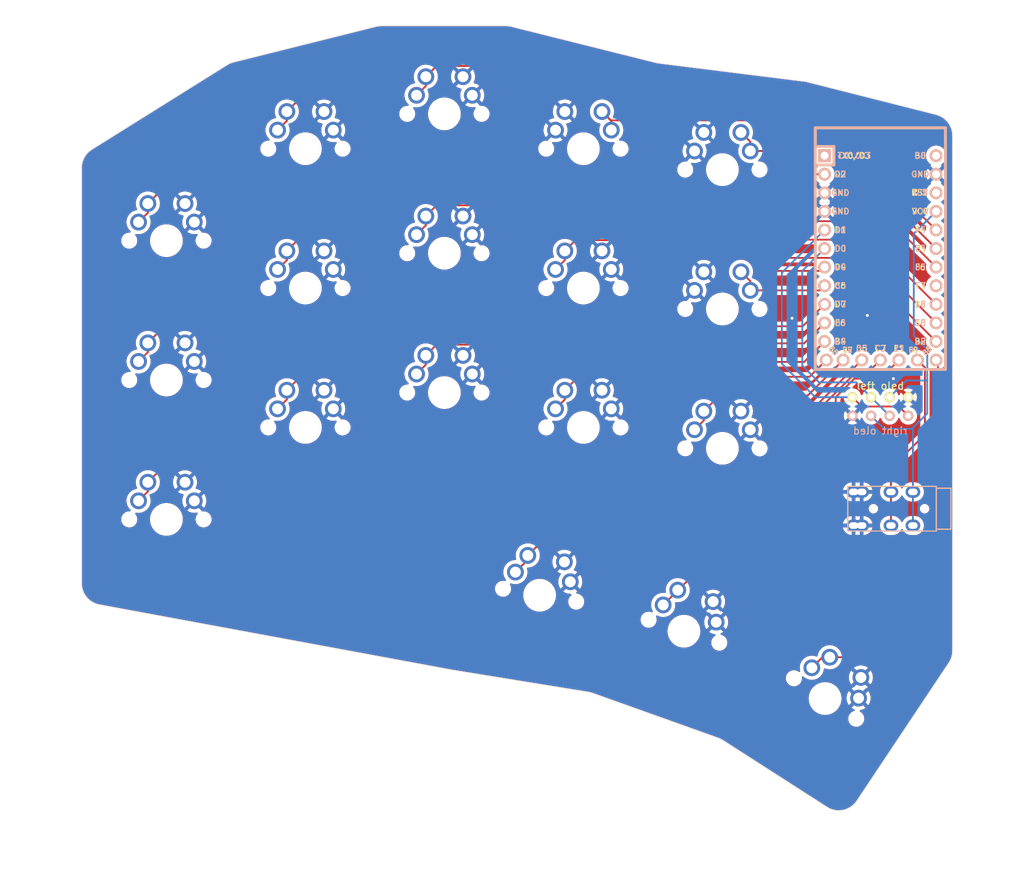
<source format=kicad_pcb>
(kicad_pcb (version 20240108) (generator "pcbnew") (generator_version "8.0")
  (title_block (title "simple_split") (rev "v1.0.0") (company "Unknown"))
  (layers (0 "F.Cu" signal) (31 "B.Cu" signal) (34 "B.Paste" user) (35 "F.Paste" user) (36 "B.SilkS" user "B.Silkscreen") (37 "F.SilkS" user "F.Silkscreen") (38 "B.Mask" user) (39 "F.Mask" user) (44 "Edge.Cuts" user))
  (net 0 "")
  (net 1 "gnd")
  (net 2 "vcc")
  (net 3 "Switch18")
  (net 4 "reset")
  (net 5 "Switch1")
  (net 6 "Switch2")
  (net 7 "Switch3")
  (net 8 "Switch4")
  (net 9 "Switch5")
  (net 10 "Switch6")
  (net 11 "Switch7")
  (net 12 "Switch8")
  (net 13 "Switch9")
  (net 14 "Switch10")
  (net 15 "Switch11")
  (net 16 "Switch12")
  (net 17 "Switch13")
  (net 18 "Switch14")
  (net 19 "Switch15")
  (net 20 "Switch16")
  (net 21 "Switch17")
  (net 22 "raw")
  (net 23 "led")
  (net 24 "data")
  (net 25 "sda")
  (net 26 "scl")
  (footprint "MX" (layer "F.Cu") (at 82.75 92.9005)
    (property "Reference" "S3" (hide yes))
    (property "Value" "" (hide yes))
    (pad "" np_thru_hole circle (at -5.08 0) (size 1.7018 1.7018) (drill 1.7018) (layers "*.Cu" "*.Mask"))
    (pad "" np_thru_hole circle (at 0 0) (size 3.9878 3.9878) (drill 3.9878) (layers "*.Cu" "*.Mask"))
    (pad "" np_thru_hole circle (at 5.08 0) (size 1.7018 1.7018) (drill 1.7018) (layers "*.Cu" "*.Mask"))
    (pad "1" thru_hole circle (at -2.54 -5.08) (size 2.286 2.286) (drill 1.4986) (layers "*.Cu" "*.Mask") (net 5 "Switch1"))
    (pad "1" thru_hole circle (at 2.54 -5.08) (size 2.286 2.286) (drill 1.4986) (layers "*.Cu" "*.Mask") (net 1 "gnd"))
    (pad "2" thru_hole circle (at -3.81 -2.54) (size 2.286 2.286) (drill 1.4986) (layers "*.Cu" "*.Mask") (net 5 "Switch1"))
    (pad "2" thru_hole circle (at 3.81 -2.54) (size 2.286 2.286) (drill 1.4986) (layers "*.Cu" "*.Mask") (net 1 "gnd"))
  )
  (footprint "Keebio-Parts:Elite-C" (layer "F.Cu") (at 180.34 95.25 -90)
    (property "Reference" "U2" (hide yes))
    (property "Value" "Elite-C" (hide yes))
    (fp_text user "D7" (at 6.35 5.461 0) (layer "B.SilkS") (effects (font (size 0.8 0.8)) (justify mirror)))
    (fp_text user "B2" (at 11.43 -5.461 0) (layer "B.SilkS") (effects (font (size 0.8 0.8)) (justify mirror)))
    (fp_text user "F4" (at -3.81 -5.461 0) (layer "B.SilkS") (effects (font (size 0.8 0.8)) (justify mirror)))
    (fp_text user "B7" (at 12.6 4.5 0) (layer "B.SilkS") (effects (font (size 0.7 0.7)) (justify mirror)))
    (fp_text user "B3" (at 8.89 -5.461 0) (layer "B.SilkS") (effects (font (size 0.8 0.8)) (justify mirror)))
    (fp_text user "VCC" (at -6.35 -5.461 0) (layer "B.SilkS") (effects (font (size 0.8 0.8)) (justify mirror)))
    (fp_text user "C6" (at 3.81 5.461 0) (layer "B.SilkS") (effects (font (size 0.8 0.8)) (justify mirror)))
    (fp_text user "F0" (at 12.6 -4.5 0) (layer "B.SilkS") (effects (font (size 0.7 0.7)) (justify mirror)))
    (fp_text user "F7" (at 3.81 -5.461 0) (layer "B.SilkS") (effects (font (size 0.8 0.8)) (justify mirror)))
    (fp_text user "D2" (at -11.43 5.461 0) (layer "B.SilkS") (effects (font (size 0.8 0.8)) (justify mirror)))
    (fp_text user "B6" (at 12.7 -6.4 45) (layer "B.SilkS") (effects (font (size 0.7 0.7)) (justify mirror)))
    (fp_text user "C7" (at 12.4 0 0) (layer "B.SilkS") (effects (font (size 0.8 0.8)) (justify mirror)))
    (fp_text user "TX0/D3" (at -13.97 3.571872 0) (layer "B.SilkS") (effects (font (size 0.8 0.8)) (justify mirror)))
    (fp_text user "GND" (at -6.35 5.461 0) (layer "B.SilkS") (effects (font (size 0.8 0.8)) (justify mirror)))
    (fp_text user "F5" (at -1.27 -5.461 0) (layer "B.SilkS") (effects (font (size 0.8 0.8)) (justify mirror)))
    (fp_text user "B4" (at 11.43 5.461 0) (layer "B.SilkS") (effects (font (size 0.8 0.8)) (justify mirror)))
    (fp_text user "B1" (at 6.35 -5.461 0) (layer "B.SilkS") (effects (font (size 0.8 0.8)) (justify mirror)))
    (fp_text user "D1" (at -3.81 5.461 0) (layer "B.SilkS") (effects (font (size 0.8 0.8)) (justify mirror)))
    (fp_text user "F6" (at 1.27 -5.461 0) (layer "B.SilkS") (effects (font (size 0.8 0.8)) (justify mirror)))
    (fp_text user "GND" (at -8.89 5.461 0) (layer "B.SilkS") (effects (font (size 0.8 0.8)) (justify mirror)))
    (fp_text user "D4" (at 1.27 5.461 0) (layer "B.SilkS") (effects (font (size 0.8 0.8)) (justify mirror)))
    (fp_text user "D5" (at 12.4 2.54 0) (layer "B.SilkS") (effects (font (size 0.8 0.8)) (justify mirror)))
    (fp_text user "F1" (at 12.4 -2.54 0) (layer "B.SilkS") (effects (font (size 0.8 0.8)) (justify mirror)))
    (fp_text user "B5" (at 12.7 6.4 135) (layer "B.SilkS") (effects (font (size 0.7 0.7)) (justify mirror)))
    (fp_text user "ST" (at -8.91 -5.04 0) (layer "B.SilkS") (effects (font (size 0.8 0.8)) (justify mirror)))
    (fp_text user "E6" (at 8.89 5.461 0) (layer "B.SilkS") (effects (font (size 0.8 0.8)) (justify mirror)))
    (fp_text user "GND" (at -11.43 -5.461 0) (layer "B.SilkS") (effects (font (size 0.8 0.8)) (justify mirror)))
    (fp_text user "B0" (at -13.97 -5.461 0) (layer "B.SilkS") (effects (font (size 0.8 0.8)) (justify mirror)))
    (fp_text user "D0" (at -1.27 5.461 0) (layer "B.SilkS") (effects (font (size 0.8 0.8)) (justify mirror)))
    (fp_text user "E6" (at 8.89 5.461 0) (layer "F.SilkS") (effects (font (size 0.8 0.8))))
    (fp_text user "F5" (at -1.27 -5.461 0) (layer "F.SilkS") (effects (font (size 0.8 0.8))))
    (fp_text user "D2" (at -11.43 5.461 0) (layer "F.SilkS") (effects (font (size 0.8 0.8))))
    (fp_text user "VCC" (at -6.35 -5.461 0) (layer "F.SilkS") (effects (font (size 0.8 0.8))))
    (fp_text user "B6" (at 12.7 -6.4 45) (layer "F.SilkS") (effects (font (size 0.7 0.7))))
    (fp_text user "GND" (at -6.35 5.461 0) (layer "F.SilkS") (effects (font (size 0.8 0.8))))
    (fp_text user "D1" (at -3.81 5.461 0) (layer "F.SilkS") (effects (font (size 0.8 0.8))))
    (fp_text user "D7" (at 6.35 5.461 0) (layer "F.SilkS") (effects (font (size 0.8 0.8))))
    (fp_text user "D0" (at -1.27 5.461 0) (layer "F.SilkS") (effects (font (size 0.8 0.8))))
    (fp_text user "D4" (at 1.27 5.461 0) (layer "F.SilkS") (effects (font (size 0.8 0.8))))
    (fp_text user "C6" (at 3.81 5.461 0) (layer "F.SilkS") (effects (font (size 0.8 0.8))))
    (fp_text user "F0" (at 12.6 -4.5 0) (layer "F.SilkS") (effects (font (size 0.7 0.7))))
    (fp_text user "F4" (at -3.81 -5.461 0) (layer "F.SilkS") (effects (font (size 0.8 0.8))))
    (fp_text user "B2" (at 11.43 -5.461 0) (layer "F.SilkS") (effects (font (size 0.8 0.8))))
    (fp_text user "B1" (at 6.35 -5.461 0) (layer "F.SilkS") (effects (font (size 0.8 0.8))))
    (fp_text user "TX0/D3" (at -13.97 3.571872 0) (layer "F.SilkS") (effects (font (size 0.8 0.8))))
    (fp_text user "ST" (at -8.92 -5.73312 0) (layer "F.SilkS") (effects (font (size 0.8 0.8))))
    (fp_text user "D5" (at 12.4 2.54 0) (layer "F.SilkS") (effects (font (size 0.8 0.8))))
    (fp_text user "F7" (at 3.81 -5.461 0) (layer "F.SilkS") (effects (font (size 0.8 0.8))))
    (fp_text user "GND" (at -8.89 5.461 0) (layer "F.SilkS") (effects (font (size 0.8 0.8))))
    (fp_text user "B0" (at -13.97 -5.461 0) (layer "F.SilkS") (effects (font (size 0.8 0.8))))
    (fp_text user "C7" (at 12.4 0 0) (layer "F.SilkS") (effects (font (size 0.8 0.8))))
    (fp_text user "B3" (at 8.89 -5.461 0) (layer "F.SilkS") (effects (font (size 0.8 0.8))))
    (fp_text user "B7" (at 12.6 4.5 0) (layer "F.SilkS") (effects (font (size 0.7 0.7))))
    (fp_text user "B5" (at 12.7 6.4 135) (layer "F.SilkS") (effects (font (size 0.7 0.7))))
    (fp_text user "GND" (at -11.43 -5.461 0) (layer "F.SilkS") (effects (font (size 0.8 0.8))))
    (fp_text user "F1" (at 12.4 -2.54 0) (layer "F.SilkS") (effects (font (size 0.8 0.8))))
    (fp_text user "F6" (at 1.27 -5.461 0) (layer "F.SilkS") (effects (font (size 0.8 0.8))))
    (fp_text user "B4" (at 11.43 5.461 0) (layer "F.SilkS") (effects (font (size 0.8 0.8))))
    (pad "1" thru_hole rect (at -13.97 7.62 270) (size 1.7526 1.7526) (drill 1.0922) (layers "*.Cu" "*.SilkS" "*.Mask") (net 23 "led"))
    (pad "2" thru_hole circle (at -11.43 7.62 270) (size 1.7526 1.7526) (drill 1.0922) (layers "*.Cu" "*.SilkS" "*.Mask") (net 9 "Switch5"))
    (pad "3" thru_hole circle (at -8.89 7.62 270) (size 1.7526 1.7526) (drill 1.0922) (layers "*.Cu" "*.SilkS" "*.Mask") (net 1 "gnd"))
    (pad "4" thru_hole circle (at -6.35 7.62 270) (size 1.7526 1.7526) (drill 1.0922) (layers "*.Cu" "*.SilkS" "*.Mask") (net 1 "gnd"))
    (pad "5" thru_hole circle (at -3.81 7.62 270) (size 1.7526 1.7526) (drill 1.0922) (layers "*.Cu" "*.SilkS" "*.Mask") (net 25 "sda"))
    (pad "6" thru_hole circle (at -1.27 7.62 270) (size 1.7526 1.7526) (drill 1.0922) (layers "*.Cu" "*.SilkS" "*.Mask") (net 26 "scl"))
    (pad "7" thru_hole circle (at 1.27 7.62 270) (size 1.7526 1.7526) (drill 1.0922) (layers "*.Cu" "*.SilkS" "*.Mask") (net 13 "Switch9"))
    (pad "8" thru_hole circle (at 3.81 7.62 270) (size 1.7526 1.7526) (drill 1.0922) (layers "*.Cu" "*.SilkS" "*.Mask") (net 14 "Switch10"))
    (pad "9" thru_hole circle (at 6.35 7.62 270) (size 1.7526 1.7526) (drill 1.0922) (layers "*.Cu" "*.SilkS" "*.Mask") (net 10 "Switch6"))
    (pad "10" thru_hole circle (at 8.89 7.62 270) (size 1.7526 1.7526) (drill 1.0922) (layers "*.Cu" "*.SilkS" "*.Mask") (net 16 "Switch12"))
    (pad "11" thru_hole circle (at 11.43 7.62 270) (size 1.7526 1.7526) (drill 1.0922) (layers "*.Cu" "*.SilkS" "*.Mask") (net 17 "Switch13"))
    (pad "12" thru_hole circle (at 13.97 7.3914 270) (size 1.7526 1.7526) (drill 1.0922) (layers "*.Cu" "*.SilkS" "*.Mask") (net 18 "Switch14"))
    (pad "13" thru_hole circle (at 13.97 -7.62 270) (size 1.7526 1.7526) (drill 1.0922) (layers "*.Cu" "*.SilkS" "*.Mask") (net 20 "Switch16"))
    (pad "14" thru_hole circle (at 11.43 -7.62 270) (size 1.7526 1.7526) (drill 1.0922) (layers "*.Cu" "*.SilkS" "*.Mask") (net 12 "Switch8"))
    (pad "15" thru_hole circle (at 8.89 -7.62 270) (size 1.7526 1.7526) (drill 1.0922) (layers "*.Cu" "*.SilkS" "*.Mask") (net 11 "Switch7"))
    (pad "16" thru_hole circle (at 6.35 -7.62 270) (size 1.7526 1.7526) (drill 1.0922) (layers "*.Cu" "*.SilkS" "*.Mask") (net 5 "Switch1"))
    (pad "17" thru_hole circle (at 3.81 -7.62 270) (size 1.7526 1.7526) (drill 1.0922) (layers "*.Cu" "*.SilkS" "*.Mask"))
    (pad "18" thru_hole circle (at 1.27 -7.62 270) (size 1.7526 1.7526) (drill 1.0922) (layers "*.Cu" "*.SilkS" "*.Mask") (net 8 "Switch4"))
    (pad "19" thru_hole circle (at -1.27 -7.62 270) (size 1.7526 1.7526) (drill 1.0922) (layers "*.Cu" "*.SilkS" "*.Mask") (net 7 "Switch3"))
    (pad "20" thru_hole circle (at -3.81 -7.62 270) (size 1.7526 1.7526) (drill 1.0922) (layers "*.Cu" "*.SilkS" "*.Mask") (net 6 "Switch2"))
    (pad "21" thru_hole circle (at -6.35 -7.62 270) (size 1.7526 1.7526) (drill 1.0922) (layers "*.Cu" "*.SilkS" "*.Mask") (net 2 "vcc"))
    (pad "22" thru_hole circle (at -8.89 -7.62 270) (size 1.7526 1.7526) (drill 1.0922) (layers "*.Cu" "*.SilkS" "*.Mask") (net 4 "reset"))
    (pad "23" thru_hole circle (at -11.43 -7.62 270) (size 1.7526 1.7526) (drill 1.0922) (layers "*.Cu" "*.SilkS" "*.Mask") (net 1 "gnd"))
    (pad "24" thru_hole circle (at -13.97 -7.62 270) (size 1.7526 1.7526) (drill 1.0922) (layers "*.Cu" "*.SilkS" "*.Mask") (net 22 "raw"))
    (pad "25" thru_hole circle (at 13.97 5.08 270) (size 1.7526 1.7526) (drill 1.0922) (layers "*.Cu" "*.SilkS" "*.Mask") (net 19 "Switch15"))
    (pad "26" thru_hole circle (at 13.97 2.54 270) (size 1.7526 1.7526) (drill 1.0922) (layers "*.Cu" "*.SilkS" "*.Mask") (net 15 "Switch11"))
    (pad "27" thru_hole circle (at 13.97 0 270) (size 1.7526 1.7526) (drill 1.0922) (layers "*.Cu" "*.SilkS" "*.Mask") (net 3 "Switch18"))
    (pad "28" thru_hole circle (at 13.97 -2.54 270) (size 1.7526 1.7526) (drill 1.0922) (layers "*.Cu" "*.SilkS" "*.Mask") (net 21 "Switch17"))
    (pad "29" thru_hole circle (at 13.97 -5.08 270) (size 1.7526 1.7526) (drill 1.0922) (layers "*.Cu" "*.SilkS" "*.Mask") (net 24 "data"))
  )
  (footprint "MX" (layer "F.Cu") (at 101.75 118.4275)
    (property "Reference" "S4" (hide yes))
    (property "Value" "" (hide yes))
    (pad "" np_thru_hole circle (at -5.08 0) (size 1.7018 1.7018) (drill 1.7018) (layers "*.Cu" "*.Mask"))
    (pad "" np_thru_hole circle (at 0 0) (size 3.9878 3.9878) (drill 3.9878) (layers "*.Cu" "*.Mask"))
    (pad "" np_thru_hole circle (at 5.08 0) (size 1.7018 1.7018) (drill 1.7018) (layers "*.Cu" "*.Mask"))
    (pad "1" thru_hole circle (at -2.54 -5.08) (size 2.286 2.286) (drill 1.4986) (layers "*.Cu" "*.Mask") (net 16 "Switch12"))
    (pad "1" thru_hole circle (at 2.54 -5.08) (size 2.286 2.286) (drill 1.4986) (layers "*.Cu" "*.Mask") (net 1 "gnd"))
    (pad "2" thru_hole circle (at -3.81 -2.54) (size 2.286 2.286) (drill 1.4986) (layers "*.Cu" "*.Mask") (net 16 "Switch12"))
    (pad "2" thru_hole circle (at 3.81 -2.54) (size 2.286 2.286) (drill 1.4986) (layers "*.Cu" "*.Mask") (net 1 "gnd"))
  )
  (footprint "MX" (layer "F.Cu") (at 158.75 121.285)
    (property "Reference" "S13" (hide yes))
    (property "Value" "" (hide yes))
    (pad "" np_thru_hole circle (at -5.08 0) (size 1.7018 1.7018) (drill 1.7018) (layers "*.Cu" "*.Mask"))
    (pad "" np_thru_hole circle (at 0 0) (size 3.9878 3.9878) (drill 3.9878) (layers "*.Cu" "*.Mask"))
    (pad "" np_thru_hole circle (at 5.08 0) (size 1.7018 1.7018) (drill 1.7018) (layers "*.Cu" "*.Mask"))
    (pad "1" thru_hole circle (at -2.54 -5.08) (size 2.286 2.286) (drill 1.4986) (layers "*.Cu" "*.Mask") (net 19 "Switch15"))
    (pad "1" thru_hole circle (at 2.54 -5.08) (size 2.286 2.286) (drill 1.4986) (layers "*.Cu" "*.Mask") (net 1 "gnd"))
    (pad "2" thru_hole circle (at -3.81 -2.54) (size 2.286 2.286) (drill 1.4986) (layers "*.Cu" "*.Mask") (net 19 "Switch15"))
    (pad "2" thru_hole circle (at 3.81 -2.54) (size 2.286 2.286) (drill 1.4986) (layers "*.Cu" "*.Mask") (net 1 "gnd"))
  )
  (footprint "MX" (layer "F.Cu") (at 120.75 94.615)
    (property "Reference" "S8" (hide yes))
    (property "Value" "" (hide yes))
    (pad "" np_thru_hole circle (at -5.08 0) (size 1.7018 1.7018) (drill 1.7018) (layers "*.Cu" "*.Mask"))
    (pad "" np_thru_hole circle (at 0 0) (size 3.9878 3.9878) (drill 3.9878) (layers "*.Cu" "*.Mask"))
    (pad "" np_thru_hole circle (at 5.08 0) (size 1.7018 1.7018) (drill 1.7018) (layers "*.Cu" "*.Mask"))
    (pad "1" thru_hole circle (at -2.54 -5.08) (size 2.286 2.286) (drill 1.4986) (layers "*.Cu" "*.Mask") (net 12 "Switch8"))
    (pad "1" thru_hole circle (at 2.54 -5.08) (size 2.286 2.286) (drill 1.4986) (layers "*.Cu" "*.Mask") (net 1 "gnd"))
    (pad "2" thru_hole circle (at -3.81 -2.54) (size 2.286 2.286) (drill 1.4986) (layers "*.Cu" "*.Mask") (net 12 "Switch8"))
    (pad "2" thru_hole circle (at 3.81 -2.54) (size 2.286 2.286) (drill 1.4986) (layers "*.Cu" "*.Mask") (net 1 "gnd"))
  )
  (footprint "sweep36:OLED_v2" (layer "F.Cu") (at 180.34 114.3)
    (property "Reference" "OL1")
    (property "Value" "OLED" (hide yes))
    (fp_text user "left oled" (at 0 -1.55 0) (layer "F.SilkS"))
    (pad "1" thru_hole circle (at -3.81 0) (size 1.397 1.397) (drill 0.8128) (layers "*.Cu" "F.SilkS" "B.Mask") (net 25 "sda"))
    (pad "2" thru_hole circle (at -1.27 0) (size 1.397 1.397) (drill 0.8128) (layers "*.Cu" "F.SilkS" "B.Mask") (net 26 "scl"))
    (pad "3" thru_hole circle (at 1.27 0) (size 1.397 1.397) (drill 0.8128) (layers "*.Cu" "F.SilkS" "B.Mask") (net 2 "vcc"))
    (pad "4" thru_hole circle (at 3.81 0) (size 1.397 1.397) (drill 0.8128) (layers "*.Cu" "F.SilkS" "B.Mask") (net 1 "gnd"))
  )
  (footprint "MX" (layer "F.Cu") (at 120.75 75.565)
    (property "Reference" "S9" (hide yes))
    (property "Value" "" (hide yes))
    (pad "" np_thru_hole circle (at -5.08 0) (size 1.7018 1.7018) (drill 1.7018) (layers "*.Cu" "*.Mask"))
    (pad "" np_thru_hole circle (at 0 0) (size 3.9878 3.9878) (drill 3.9878) (layers "*.Cu" "*.Mask"))
    (pad "" np_thru_hole circle (at 5.08 0) (size 1.7018 1.7018) (drill 1.7018) (layers "*.Cu" "*.Mask"))
    (pad "1" thru_hole circle (at -2.54 -5.08) (size 2.286 2.286) (drill 1.4986) (layers "*.Cu" "*.Mask") (net 7 "Switch3"))
    (pad "1" thru_hole circle (at 2.54 -5.08) (size 2.286 2.286) (drill 1.4986) (layers "*.Cu" "*.Mask") (net 1 "gnd"))
    (pad "2" thru_hole circle (at -3.81 -2.54) (size 2.286 2.286) (drill 1.4986) (layers "*.Cu" "*.Mask") (net 7 "Switch3"))
    (pad "2" thru_hole circle (at 3.81 -2.54) (size 2.286 2.286) (drill 1.4986) (layers "*.Cu" "*.Mask") (net 1 "gnd"))
  )
  (footprint "Keebio-Parts:TRRS-PJ-320A" (layer "F.Cu") (at 187.9925 129.54 -90)
    (property "Reference" "J2" (hide yes))
    (property "Value" "AudioJack4dpb")
    (pad "" np_thru_hole circle (at 0 1.6 270) (size 0.8 0.8) (drill 0.8) (layers "F&B.Cu" "*.Mask"))
    (pad "" np_thru_hole circle (at 0 8.6 270) (size 0.8 0.8) (drill 0.8) (layers "F&B.Cu" "*.Mask"))
    (pad "1" thru_hole oval (at -2.3 11.3 270) (size 1.6 2) (drill oval 0.9 1.3) (layers "*.Cu" "*.Mask") (net 1 "gnd"))
    (pad "2" thru_hole oval (at 2.3 10.2 270) (size 1.6 2) (drill oval 0.9 1.3) (layers "*.Cu" "*.Mask") (net 1 "gnd"))
    (pad "3" thru_hole oval (at 2.3 6.2 270) (size 1.6 2) (drill oval 0.9 1.3) (layers "*.Cu" "*.Mask") (net 24 "data"))
    (pad "4" thru_hole oval (at 2.3 3.2 270) (size 1.6 2) (drill oval 0.9 1.3) (layers "*.Cu" "*.Mask") (net 2 "vcc"))
  )
  (footprint "MX" (layer "F.Cu") (at 172.786 155.488 -33)
    (property "Reference" "S18" (hide yes))
    (property "Value" "" (hide yes))
    (pad "" np_thru_hole circle (at -5.079999 0) (size 1.7018 1.7018) (drill 1.7018) (layers "*.Cu" "*.Mask"))
    (pad "" np_thru_hole circle (at 0 0) (size 3.9878 3.9878) (drill 3.9878) (layers "*.Cu" "*.Mask"))
    (pad "" np_thru_hole circle (at 5.079999 0) (size 1.7018 1.7018) (drill 1.7018) (layers "*.Cu" "*.Mask"))
    (pad "1" thru_hole circle (at -2.54 -5.08) (size 2.286 2.286) (drill 1.4986) (layers "*.Cu" "*.Mask") (net 20 "Switch16"))
    (pad "1" thru_hole circle (at 2.540001 -5.08) (size 2.286 2.286) (drill 1.4986) (layers "*.Cu" "*.Mask") (net 1 "gnd"))
    (pad "2" thru_hole circle (at -3.81 -2.54) (size 2.286 2.286) (drill 1.4986) (layers "*.Cu" "*.Mask") (net 20 "Switch16"))
    (pad "2" thru_hole circle (at 3.81 -2.54) (size 2.286 2.286) (drill 1.4986) (layers "*.Cu" "*.Mask") (net 1 "gnd"))
  )
  (footprint "MX" (layer "F.Cu") (at 139.75 80.3275)
    (property "Reference" "S12" (hide yes))
    (property "Value" "" (hide yes))
    (pad "" np_thru_hole circle (at -5.08 0) (size 1.7018 1.7018) (drill 1.7018) (layers "*.Cu" "*.Mask"))
    (pad "" np_thru_hole circle (at 0 0) (size 3.9878 3.9878) (drill 3.9878) (layers "*.Cu" "*.Mask"))
    (pad "" np_thru_hole circle (at 5.08 0) (size 1.7018 1.7018) (drill 1.7018) (layers "*.Cu" "*.Mask"))
    (pad "1" thru_hole circle (at -2.54 -5.08) (size 2.286 2.286) (drill 1.4986) (layers "*.Cu" "*.Mask") (net 1 "gnd"))
    (pad "1" thru_hole circle (at 2.54 -5.08) (size 2.286 2.286) (drill 1.4986) (layers "*.Cu" "*.Mask") (net 8 "Switch4"))
    (pad "2" thru_hole circle (at -3.81 -2.54) (size 2.286 2.286) (drill 1.4986) (layers "*.Cu" "*.Mask") (net 1 "gnd"))
    (pad "2" thru_hole circle (at 3.81 -2.54) (size 2.286 2.286) (drill 1.4986) (layers "*.Cu" "*.Mask") (net 8 "Switch4"))
  )
  (footprint "MX" (layer "F.Cu") (at 82.75 111.9505)
    (property "Reference" "S2" (hide yes))
    (property "Value" "" (hide yes))
    (pad "" np_thru_hole circle (at -5.08 0) (size 1.7018 1.7018) (drill 1.7018) (layers "*.Cu" "*.Mask"))
    (pad "" np_thru_hole circle (at 0 0) (size 3.9878 3.9878) (drill 3.9878) (layers "*.Cu" "*.Mask"))
    (pad "" np_thru_hole circle (at 5.08 0) (size 1.7018 1.7018) (drill 1.7018) (layers "*.Cu" "*.Mask"))
    (pad "1" thru_hole circle (at -2.54 -5.08) (size 2.286 2.286) (drill 1.4986) (layers "*.Cu" "*.Mask") (net 10 "Switch6"))
    (pad "1" thru_hole circle (at 2.54 -5.08) (size 2.286 2.286) (drill 1.4986) (layers "*.Cu" "*.Mask") (net 1 "gnd"))
    (pad "2" thru_hole circle (at -3.81 -2.54) (size 2.286 2.286) (drill 1.4986) (layers "*.Cu" "*.Mask") (net 10 "Switch6"))
    (pad "2" thru_hole circle (at 3.81 -2.54) (size 2.286 2.286) (drill 1.4986) (layers "*.Cu" "*.Mask") (net 1 "gnd"))
  )
  (footprint "MX" (layer "F.Cu") (at 120.75 113.665)
    (property "Reference" "S7" (hide yes))
    (property "Value" "" (hide yes))
    (pad "" np_thru_hole circle (at -5.08 0) (size 1.7018 1.7018) (drill 1.7018) (layers "*.Cu" "*.Mask"))
    (pad "" np_thru_hole circle (at 0 0) (size 3.9878 3.9878) (drill 3.9878) (layers "*.Cu" "*.Mask"))
    (pad "" np_thru_hole circle (at 5.08 0) (size 1.7018 1.7018) (drill 1.7018) (layers "*.Cu" "*.Mask"))
    (pad "1" thru_hole circle (at -2.54 -5.08) (size 2.286 2.286) (drill 1.4986) (layers "*.Cu" "*.Mask") (net 17 "Switch13"))
    (pad "1" thru_hole circle (at 2.54 -5.08) (size 2.286 2.286) (drill 1.4986) (layers "*.Cu" "*.Mask") (net 1 "gnd"))
    (pad "2" thru_hole circle (at -3.81 -2.54) (size 2.286 2.286) (drill 1.4986) (layers "*.Cu" "*.Mask") (net 17 "Switch13"))
    (pad "2" thru_hole circle (at 3.81 -2.54) (size 2.286 2.286) (drill 1.4986) (layers "*.Cu" "*.Mask") (net 1 "gnd"))
  )
  (footprint "MX" (layer "F.Cu") (at 158.75 83.185)
    (property "Reference" "S15" (hide yes))
    (property "Value" "" (hide yes))
    (pad "" np_thru_hole circle (at -5.08 0) (size 1.7018 1.7018) (drill 1.7018) (layers "*.Cu" "*.Mask"))
    (pad "" np_thru_hole circle (at 0 0) (size 3.9878 3.9878) (drill 3.9878) (layers "*.Cu" "*.Mask"))
    (pad "" np_thru_hole circle (at 5.08 0) (size 1.7018 1.7018) (drill 1.7018) (layers "*.Cu" "*.Mask"))
    (pad "1" thru_hole circle (at -2.54 -5.08) (size 2.286 2.286) (drill 1.4986) (layers "*.Cu" "*.Mask") (net 1 "gnd"))
    (pad "1" thru_hole circle (at 2.54 -5.08) (size 2.286 2.286) (drill 1.4986) (layers "*.Cu" "*.Mask") (net 9 "Switch5"))
    (pad "2" thru_hole circle (at -3.81 -2.54) (size 2.286 2.286) (drill 1.4986) (layers "*.Cu" "*.Mask") (net 1 "gnd"))
    (pad "2" thru_hole circle (at 3.81 -2.54) (size 2.286 2.286) (drill 1.4986) (layers "*.Cu" "*.Mask") (net 9 "Switch5"))
  )
  (footprint "MX" (layer "F.Cu") (at 133.766 141.3676 -10)
    (property "Reference" "S16" (hide yes))
    (property "Value" "" (hide yes))
    (pad "" np_thru_hole circle (at -5.08 0) (size 1.7018 1.7018) (drill 1.7018) (layers "*.Cu" "*.Mask"))
    (pad "" np_thru_hole circle (at 0 0) (size 3.9878 3.9878) (drill 3.9878) (layers "*.Cu" "*.Mask"))
    (pad "" np_thru_hole circle (at 5.08 0) (size 1.7018 1.7018) (drill 1.7018) (layers "*.Cu" "*.Mask"))
    (pad "1" thru_hole circle (at -2.54 -5.08) (size 2.286 2.286) (drill 1.4986) (layers "*.Cu" "*.Mask") (net 3 "Switch18"))
    (pad "1" thru_hole circle (at 2.54 -5.08) (size 2.286 2.286) (drill 1.4986) (layers "*.Cu" "*.Mask") (net 1 "gnd"))
    (pad "2" thru_hole circle (at -3.81 -2.54) (size 2.286 2.286) (drill 1.4986) (layers "*.Cu" "*.Mask") (net 3 "Switch18"))
    (pad "2" thru_hole circle (at 3.81 -2.54) (size 2.286 2.286) (drill 1.4986) (layers "*.Cu" "*.Mask") (net 1 "gnd"))
  )
  (footprint "MX" (layer "F.Cu") (at 158.75 102.235)
    (property "Reference" "S14" (hide yes))
    (property "Value" "" (hide yes))
    (pad "" np_thru_hole circle (at -5.08 0) (size 1.7018 1.7018) (drill 1.7018) (layers "*.Cu" "*.Mask"))
    (pad "" np_thru_hole circle (at 0 0) (size 3.9878 3.9878) (drill 3.9878) (layers "*.Cu" "*.Mask"))
    (pad "" np_thru_hole circle (at 5.08 0) (size 1.7018 1.7018) (drill 1.7018) (layers "*.Cu" "*.Mask"))
    (pad "1" thru_hole circle (at -2.54 -5.08) (size 2.286 2.286) (drill 1.4986) (layers "*.Cu" "*.Mask") (net 1 "gnd"))
    (pad "1" thru_hole circle (at 2.54 -5.08) (size 2.286 2.286) (drill 1.4986) (layers "*.Cu" "*.Mask") (net 14 "Switch10"))
    (pad "2" thru_hole circle (at -3.81 -2.54) (size 2.286 2.286) (drill 1.4986) (layers "*.Cu" "*.Mask") (net 1 "gnd"))
    (pad "2" thru_hole circle (at 3.81 -2.54) (size 2.286 2.286) (drill 1.4986) (layers "*.Cu" "*.Mask") (net 14 "Switch10"))
  )
  (footprint "MX" (layer "F.Cu") (at 101.75 99.3775)
    (property "Reference" "S5" (hide yes))
    (property "Value" "" (hide yes))
    (pad "" np_thru_hole circle (at -5.08 0) (size 1.7018 1.7018) (drill 1.7018) (layers "*.Cu" "*.Mask"))
    (pad "" np_thru_hole circle (at 0 0) (size 3.9878 3.9878) (drill 3.9878) (layers "*.Cu" "*.Mask"))
    (pad "" np_thru_hole circle (at 5.08 0) (size 1.7018 1.7018) (drill 1.7018) (layers "*.Cu" "*.Mask"))
    (pad "1" thru_hole circle (at -2.54 -5.08) (size 2.286 2.286) (drill 1.4986) (layers "*.Cu" "*.Mask") (net 11 "Switch7"))
    (pad "1" thru_hole circle (at 2.54 -5.08) (size 2.286 2.286) (drill 1.4986) (layers "*.Cu" "*.Mask") (net 1 "gnd"))
    (pad "2" thru_hole circle (at -3.81 -2.54) (size 2.286 2.286) (drill 1.4986) (layers "*.Cu" "*.Mask") (net 11 "Switch7"))
    (pad "2" thru_hole circle (at 3.81 -2.54) (size 2.286 2.286) (drill 1.4986) (layers "*.Cu" "*.Mask") (net 1 "gnd"))
  )
  (footprint "MX" (layer "F.Cu") (at 101.75 80.3275)
    (property "Reference" "S6" (hide yes))
    (property "Value" "" (hide yes))
    (pad "" np_thru_hole circle (at -5.08 0) (size 1.7018 1.7018) (drill 1.7018) (layers "*.Cu" "*.Mask"))
    (pad "" np_thru_hole circle (at 0 0) (size 3.9878 3.9878) (drill 3.9878) (layers "*.Cu" "*.Mask"))
    (pad "" np_thru_hole circle (at 5.08 0) (size 1.7018 1.7018) (drill 1.7018) (layers "*.Cu" "*.Mask"))
    (pad "1" thru_hole circle (at -2.54 -5.08) (size 2.286 2.286) (drill 1.4986) (layers "*.Cu" "*.Mask") (net 6 "Switch2"))
    (pad "1" thru_hole circle (at 2.54 -5.08) (size 2.286 2.286) (drill 1.4986) (layers "*.Cu" "*.Mask") (net 1 "gnd"))
    (pad "2" thru_hole circle (at -3.81 -2.54) (size 2.286 2.286) (drill 1.4986) (layers "*.Cu" "*.Mask") (net 6 "Switch2"))
    (pad "2" thru_hole circle (at 3.81 -2.54) (size 2.286 2.286) (drill 1.4986) (layers "*.Cu" "*.Mask") (net 1 "gnd"))
  )
  (footprint "MX" (layer "F.Cu") (at 82.75 131.0005)
    (property "Reference" "S1" (hide yes))
    (property "Value" "" (hide yes))
    (pad "" np_thru_hole circle (at -5.08 0) (size 1.7018 1.7018) (drill 1.7018) (layers "*.Cu" "*.Mask"))
    (pad "" np_thru_hole circle (at 0 0) (size 3.9878 3.9878) (drill 3.9878) (layers "*.Cu" "*.Mask"))
    (pad "" np_thru_hole circle (at 5.08 0) (size 1.7018 1.7018) (drill 1.7018) (layers "*.Cu" "*.Mask"))
    (pad "1" thru_hole circle (at -2.54 -5.08) (size 2.286 2.286) (drill 1.4986) (layers "*.Cu" "*.Mask") (net 15 "Switch11"))
    (pad "1" thru_hole circle (at 2.54 -5.08) (size 2.286 2.286) (drill 1.4986) (layers "*.Cu" "*.Mask") (net 1 "gnd"))
    (pad "2" thru_hole circle (at -3.81 -2.54) (size 2.286 2.286) (drill 1.4986) (layers "*.Cu" "*.Mask") (net 15 "Switch11"))
    (pad "2" thru_hole circle (at 3.81 -2.54) (size 2.286 2.286) (drill 1.4986) (layers "*.Cu" "*.Mask") (net 1 "gnd"))
  )
  (footprint "MX" (layer "F.Cu") (at 153.4945 146.2865 -18)
    (property "Reference" "S17" (hide yes))
    (property "Value" "" (hide yes))
    (pad "" np_thru_hole circle (at -5.08 0) (size 1.7018 1.7018) (drill 1.7018) (layers "*.Cu" "*.Mask"))
    (pad "" np_thru_hole circle (at 0 0) (size 3.9878 3.9878) (drill 3.9878) (layers "*.Cu" "*.Mask"))
    (pad "" np_thru_hole circle (at 5.08 0) (size 1.7018 1.7018) (drill 1.7018) (layers "*.Cu" "*.Mask"))
    (pad "1" thru_hole circle (at -2.54 -5.08) (size 2.286 2.286) (drill 1.4986) (layers "*.Cu" "*.Mask") (net 21 "Switch17"))
    (pad "1" thru_hole circle (at 2.54 -5.08) (size 2.286 2.286) (drill 1.4986) (layers "*.Cu" "*.Mask") (net 1 "gnd"))
    (pad "2" thru_hole circle (at -3.81 -2.54) (size 2.286 2.286) (drill 1.4986) (layers "*.Cu" "*.Mask") (net 21 "Switch17"))
    (pad "2" thru_hole circle (at 3.809999 -2.54) (size 2.286 2.286) (drill 1.4986) (layers "*.Cu" "*.Mask") (net 1 "gnd"))
  )
  (footprint "MX" (layer "F.Cu") (at 139.75 99.3775)
    (property "Reference" "S11" (hide yes))
    (property "Value" "" (hide yes))
    (pad "" np_thru_hole circle (at -5.08 0) (size 1.7018 1.7018) (drill 1.7018) (layers "*.Cu" "*.Mask"))
    (pad "" np_thru_hole circle (at 0 0) (size 3.9878 3.9878) (drill 3.9878) (layers "*.Cu" "*.Mask"))
    (pad "" np_thru_hole circle (at 5.08 0) (size 1.7018 1.7018) (drill 1.7018) (layers "*.Cu" "*.Mask"))
    (pad "1" thru_hole circle (at -2.54 -5.08) (size 2.286 2.286) (drill 1.4986) (layers "*.Cu" "*.Mask") (net 13 "Switch9"))
    (pad "1" thru_hole circle (at 2.54 -5.08) (size 2.286 2.286) (drill 1.4986) (layers "*.Cu" "*.Mask") (net 1 "gnd"))
    (pad "2" thru_hole circle (at -3.81 -2.54) (size 2.286 2.286) (drill 1.4986) (layers "*.Cu" "*.Mask") (net 13 "Switch9"))
    (pad "2" thru_hole circle (at 3.81 -2.54) (size 2.286 2.286) (drill 1.4986) (layers "*.Cu" "*.Mask") (net 1 "gnd"))
  )
  (footprint "MX" (layer "F.Cu") (at 139.75 118.4275)
    (property "Reference" "S10" (hide yes))
    (property "Value" "" (hide yes))
    (pad "" np_thru_hole circle (at -5.08 0) (size 1.7018 1.7018) (drill 1.7018) (layers "*.Cu" "*.Mask"))
    (pad "" np_thru_hole circle (at 0 0) (size 3.9878 3.9878) (drill 3.9878) (layers "*.Cu" "*.Mask"))
    (pad "" np_thru_hole circle (at 5.08 0) (size 1.7018 1.7018) (drill 1.7018) (layers "*.Cu" "*.Mask"))
    (pad "1" thru_hole circle (at -2.54 -5.08) (size 2.286 2.286) (drill 1.4986) (layers "*.Cu" "*.Mask") (net 18 "Switch14"))
    (pad "1" thru_hole circle (at 2.54 -5.08) (size 2.286 2.286) (drill 1.4986) (layers "*.Cu" "*.Mask") (net 1 "gnd"))
    (pad "2" thru_hole circle (at -3.81 -2.54) (size 2.286 2.286) (drill 1.4986) (layers "*.Cu" "*.Mask") (net 18 "Switch14"))
    (pad "2" thru_hole circle (at 3.81 -2.54) (size 2.286 2.286) (drill 1.4986) (layers "*.Cu" "*.Mask") (net 1 "gnd"))
  )
  (footprint "sweep36:OLED_v2" (layer "B.Cu") (at 180.34 116.84 180)
    (property "Reference" "OL2")
    (property "Value" "OLED" (hide yes))
    (fp_text user "right oled" (at 0 -2.05 0) (layer "B.SilkS") (effects (justify mirror)))
    (pad "1" thru_hole circle (at -3.81 0 180) (size 1.397 1.397) (drill 0.8128) (layers "*.Cu" "B.SilkS" "F.Mask") (net 25 "sda"))
    (pad "2" thru_hole circle (at -1.27 0 180) (size 1.397 1.397) (drill 0.8128) (layers "*.Cu" "B.SilkS" "F.Mask") (net 26 "scl"))
    (pad "3" thru_hole circle (at 1.27 0 180) (size 1.397 1.397) (drill 0.8128) (layers "*.Cu" "B.SilkS" "F.Mask") (net 2 "vcc"))
    (pad "4" thru_hole circle (at 3.81 0 180) (size 1.397 1.397) (drill 0.8128) (layers "*.Cu" "B.SilkS" "F.Mask") (net 1 "gnd"))
  )
  (footprint "Keebio-Parts:TRRS-PJ-320A" (layer "B.Cu") (at 187.9925 129.54 90)
    (property "Reference" "J1" (hide yes))
    (property "Value" "AudioJack4dpb")
    (pad "" np_thru_hole circle (at 0 -8.6 90) (size 0.8 0.8) (drill 0.8) (layers "F&B.Cu" "*.Mask"))
    (pad "" np_thru_hole circle (at 0 -1.6 90) (size 0.8 0.8) (drill 0.8) (layers "F&B.Cu" "*.Mask"))
    (pad "1" thru_hole oval (at -2.3 -11.3 90) (size 1.6 2) (drill oval 0.9 1.3) (layers "*.Cu" "*.Mask") (net 1 "gnd"))
    (pad "2" thru_hole oval (at 2.3 -10.2 90) (size 1.6 2) (drill oval 0.9 1.3) (layers "*.Cu" "*.Mask") (net 1 "gnd"))
    (pad "3" thru_hole oval (at 2.3 -6.2 90) (size 1.6 2) (drill oval 0.9 1.3) (layers "*.Cu" "*.Mask") (net 24 "data"))
    (pad "4" thru_hole oval (at 2.3 -3.2 90) (size 1.6 2) (drill oval 0.9 1.3) (layers "*.Cu" "*.Mask") (net 2 "vcc"))
  )
  (gr_arc (start 71.12 82.942743) (mid 71.496073 81.488437) (end 72.530003 80.398748) (stroke (width 0.05)) (layer "Edge.Cuts"))
  (gr_arc (start 73.57426 142.694038) (mid 71.813789 141.662789) (end 71.12 139.744094) (stroke (width 0.05)) (layer "Edge.Cuts"))
  (gr_line (start 71.12 139.744094) (end 71.12 82.942743) (stroke (width 0.05)) (layer "Edge.Cuts"))
  (gr_arc (start 158.173153 160.920698) (mid 158.487388 161.053523) (end 158.784512 161.221164) (stroke (width 0.05)) (layer "Edge.Cuts"))
  (gr_arc (start 140.445384 154.642116) (mid 140.712885 154.698102) (end 140.974179 154.778207) (stroke (width 0.05)) (layer "Edge.Cuts"))
  (gr_line (start 72.530003 80.398748) (end 91.037773 68.831392) (stroke (width 0.05)) (layer "Edge.Cuts"))
  (gr_arc (start 111.40171 63.589572) (mid 111.762767 63.522477) (end 112.129317 63.5) (stroke (width 0.05)) (layer "Edge.Cuts"))
  (gr_line (start 140.445384 154.642116) (end 121.952827 151.643323) (stroke (width 0.05)) (layer "Edge.Cuts"))
  (gr_arc (start 91.037773 68.831392) (mid 91.454573 68.614298) (end 91.900163 68.464959) (stroke (width 0.05)) (layer "Edge.Cuts"))
  (gr_line (start 158.173153 160.920698) (end 140.974179 154.778207) (stroke (width 0.05)) (layer "Edge.Cuts"))
  (gr_line (start 173.032843 170.365616) (end 158.784512 161.221164) (stroke (width 0.05)) (layer "Edge.Cuts"))
  (gr_arc (start 121.952827 151.643323) (mid 121.920032 151.637819) (end 121.8873 151.631951) (stroke (width 0.05)) (layer "Edge.Cuts"))
  (gr_arc (start 129.170683 63.5) (mid 129.537233 63.522477) (end 129.89829 63.589572) (stroke (width 0.05)) (layer "Edge.Cuts"))
  (gr_arc (start 190.246 148.951673) (mid 190.117276 149.821026) (end 189.742151 150.615774) (stroke (width 0.05)) (layer "Edge.Cuts"))
  (gr_line (start 91.900163 68.464959) (end 111.40171 63.589572) (stroke (width 0.05)) (layer "Edge.Cuts"))
  (gr_line (start 170.359959 71.165559) (end 187.982266 75.626903) (stroke (width 0.05)) (layer "Edge.Cuts"))
  (gr_arc (start 177.149362 169.504958) (mid 175.267159 170.777363) (end 173.032843 170.365616) (stroke (width 0.05)) (layer "Edge.Cuts"))
  (gr_arc (start 150.039757 68.60247) (mid 149.861003 68.574632) (end 149.684254 68.536064) (stroke (width 0.05)) (layer "Edge.Cuts"))
  (gr_line (start 121.8873 151.631951) (end 73.57426 142.694038) (stroke (width 0.05)) (layer "Edge.Cuts"))
  (gr_line (start 150.039757 68.60247) (end 169.995797 71.096975) (stroke (width 0.05)) (layer "Edge.Cuts"))
  (gr_arc (start 187.982266 75.626903) (mid 189.613361 76.692436) (end 190.246 78.535152) (stroke (width 0.05)) (layer "Edge.Cuts"))
  (gr_line (start 190.246 78.535152) (end 190.246 148.951673) (stroke (width 0.05)) (layer "Edge.Cuts"))
  (gr_arc (start 169.995797 71.096975) (mid 170.178938 71.125639) (end 170.359959 71.165559) (stroke (width 0.05)) (layer "Edge.Cuts"))
  (gr_line (start 129.89829 63.589572) (end 149.684254 68.536064) (stroke (width 0.05)) (layer "Edge.Cuts"))
  (gr_line (start 189.742151 150.615774) (end 177.149362 169.504958) (stroke (width 0.05)) (layer "Edge.Cuts"))
  (gr_line (start 112.129317 63.5) (end 129.170683 63.5) (stroke (width 0.05)) (layer "Edge.Cuts"))
  (via (at 168.275 103.505) (size 0.8) (drill 0.4) (layers "F.Cu" "B.Cu") (net 1))
  (via (at 178.562 103.124) (size 0.8) (drill 0.4) (layers "F.Cu" "B.Cu") (net 1))
  (via (at 182.118 111.76) (size 0.8) (drill 0.4) (layers "F.Cu" "B.Cu") (net 1))
  (segment (start 184.658 118.618) (end 186.7587 116.5173) (width 0.25) (layer "B.Cu") (net 2))
  (segment (start 184.912 118.364) (end 184.7925 118.4835) (width 0.25) (layer "B.Cu") (net 2))
  (segment (start 184.912 105.918) (end 184.912 91.948) (width 0.25) (layer "B.Cu") (net 2))
  (segment (start 186.7587 114.554) (end 186.7587 112.014) (width 0.25) (layer "B.Cu") (net 2))
  (segment (start 186.7587 112.014) (end 186.7587 107.7647) (width 0.25) (layer "B.Cu") (net 2))
  (segment (start 179.07 116.84) (end 180.848 118.618) (width 0.25) (layer "B.Cu") (net 2))
  (segment (start 181.61 114.3) (end 183.896 112.014) (width 0.25) (layer "B.Cu") (net 2))
  (segment (start 186.7587 116.5173) (end 186.7587 114.554) (width 0.25) (layer "B.Cu") (net 2))
  (segment (start 180.848 118.618) (end 184.658 118.618) (width 0.25) (layer "B.Cu") (net 2))
  (segment (start 183.896 112.014) (end 186.7587 112.014) (width 0.25) (layer "B.Cu") (net 2))
  (segment (start 184.912 91.948) (end 187.96 88.9) (width 0.25) (layer "B.Cu") (net 2))
  (segment (start 184.7925 118.4835) (end 184.7925 131.84) (width 0.25) (layer "B.Cu") (net 2))
  (segment (start 186.7587 107.7647) (end 184.912 105.918) (width 0.25) (layer "B.Cu") (net 2))
  (segment (start 133.289721 134.78071) (end 155.54129 134.78071) (width 0.25) (layer "F.Cu") (net 3))
  (segment (start 176.909604 110.998) (end 178.562 110.998) (width 0.25) (layer "F.Cu") (net 3))
  (segment (start 130.454949 138.204589) (end 132.146721 136.512817) (width 0.25) (layer "F.Cu") (net 3))
  (segment (start 178.562 110.998) (end 180.34 109.22) (width 0.25) (layer "F.Cu") (net 3))
  (segment (start 132.146721 136.512817) (end 132.146721 135.92371) (width 0.25) (layer "F.Cu") (net 3))
  (segment (start 172.466 117.856) (end 172.466 115.441604) (width 0.25) (layer "F.Cu") (net 3))
  (segment (start 172.466 115.441604) (end 176.909604 110.998) (width 0.25) (layer "F.Cu") (net 3))
  (segment (start 155.54129 134.78071) (end 172.466 117.856) (width 0.25) (layer "F.Cu") (net 3))
  (segment (start 132.146721 135.92371) (end 133.289721 134.78071) (width 0.25) (layer "F.Cu") (net 3))
  (segment (start 84.4645 83.566) (end 145.246658 83.566) (width 0.25) (layer "F.Cu") (net 5))
  (segment (start 78.94 90.3605) (end 80.21 89.0905) (width 0.25) (layer "F.Cu") (net 5))
  (segment (start 147.234558 85.5539) (end 162.5539 85.5539) (width 0.25) (layer "F.Cu") (net 5))
  (segment (start 80.21 89.0905) (end 80.21 87.8205) (width 0.25) (layer "F.Cu") (net 5))
  (segment (start 80.21 87.8205) (end 84.4645 83.566) (width 0.25) (layer "F.Cu") (net 5))
  (segment (start 167.2387 90.2387) (end 176.5987 90.2387) (width 0.25) (layer "F.Cu") (net 5))
  (segment (start 145.246658 83.566) (end 147.234558 85.5539) (width 0.25) (layer "F.Cu") (net 5))
  (segment (start 162.5539 85.5539) (end 167.2387 90.2387) (width 0.25) (layer "F.Cu") (net 5))
  (segment (start 176.5987 90.2387) (end 187.96 101.6) (width 0.25) (layer "F.Cu") (net 5))
  (segment (start 147.574 69.596) (end 150.622 72.644) (width 0.25) (layer "F.Cu") (net 6))
  (segment (start 99.21 75.2475) (end 107.6555 66.802) (width 0.25) (layer "F.Cu") (net 6))
  (segment (start 169.164 74.93) (end 176.022 74.93) (width 0.25) (layer "F.Cu") (net 6))
  (segment (start 107.6555 66.802) (end 129.794 66.802) (width 0.25) (layer "F.Cu") (net 6))
  (segment (start 184 87.48) (end 187.96 91.44) (width 0.25) (layer "F.Cu") (net 6))
  (segment (start 176.022 74.93) (end 184 82.908) (width 0.25) (layer "F.Cu") (net 6))
  (segment (start 166.878 72.644) (end 169.164 74.93) (width 0.25) (layer "F.Cu") (net 6))
  (segment (start 184 82.908) (end 184 87.48) (width 0.25) (layer "F.Cu") (net 6))
  (segment (start 97.94 77.7875) (end 99.21 76.5175) (width 0.25) (layer "F.Cu") (net 6))
  (segment (start 129.794 66.802) (end 132.588 69.596) (width 0.25) (layer "F.Cu") (net 6))
  (segment (start 132.588 69.596) (end 147.574 69.596) (width 0.25) (layer "F.Cu") (net 6))
  (segment (start 150.622 72.644) (end 166.878 72.644) (width 0.25) (layer "F.Cu") (net 6))
  (segment (start 99.21 76.5175) (end 99.21 75.2475) (width 0.25) (layer "F.Cu") (net 6))
  (segment (start 181.864 87.884) (end 187.96 93.98) (width 0.25) (layer "F.Cu") (net 7))
  (segment (start 130.302 72.136) (end 145.288 72.136) (width 0.25) (layer "F.Cu") (net 7))
  (segment (start 174.752 76.708) (end 181.864 83.82) (width 0.25) (layer "F.Cu") (net 7))
  (segment (start 181.864 83.82) (end 181.864 87.884) (width 0.25) (layer "F.Cu") (net 7))
  (segment (start 118.21 71.755) (end 118.21 70.485) (width 0.25) (layer "F.Cu") (net 7))
  (segment (start 165.989 74.422) (end 168.275 76.708) (width 0.25) (layer "F.Cu") (net 7))
  (segment (start 119.678 69.017) (end 127.183 69.017) (width 0.25) (layer "F.Cu") (net 7))
  (segment (start 147.574 74.422) (end 165.989 74.422) (width 0.25) (layer "F.Cu") (net 7))
  (segment (start 116.94 73.025) (end 118.21 71.755) (width 0.25) (layer "F.Cu") (net 7))
  (segment (start 145.288 72.136) (end 147.574 74.422) (width 0.25) (layer "F.Cu") (net 7))
  (segment (start 127.183 69.017) (end 130.302 72.136) (width 0.25) (layer "F.Cu") (net 7))
  (segment (start 168.275 76.708) (end 174.752 76.708) (width 0.25) (layer "F.Cu") (net 7))
  (segment (start 118.21 70.485) (end 119.678 69.017) (width 0.25) (layer "F.Cu") (net 7))
  (segment (start 143.4965 76.454) (end 142.29 75.2475) (width 0.25) (layer "F.Cu") (net 8))
  (segment (start 143.56 76.5175) (end 143.56 77.7875) (width 0.25) (layer "F.Cu") (net 8))
  (segment (start 187.96 96.52) (end 179.578 88.138) (width 0.25) (layer "F.Cu") (net 8))
  (segment (start 161.715066 76.454) (end 143.4965 76.454) (width 0.25) (layer "F.Cu") (net 8))
  (segment (start 142.29 75.2475) (end 143.56 76.5175) (width 0.25) (layer "F.Cu") (net 8))
  (segment (start 173.736 78.486) (end 167.132 78.486) (width 0.25) (layer "F.Cu") (net 8))
  (segment (start 165.1 76.454) (end 161.715066 76.454) (width 0.25) (layer "F.Cu") (net 8))
  (segment (start 167.132 78.486) (end 165.1 76.454) (width 0.25) (layer "F.Cu") (net 8))
  (segment (start 179.578 84.328) (end 173.736 78.486) (width 0.25) (layer "F.Cu") (net 8))
  (segment (start 179.578 88.138) (end 179.578 84.328) (width 0.25) (layer "F.Cu") (net 8))
  (segment (start 169.418 83.82) (end 172.72 83.82) (width 0.25) (layer "F.Cu") (net 9))
  (segment (start 162.56 80.645) (end 166.243 80.645) (width 0.25) (layer "F.Cu") (net 9))
  (segment (start 161.29 78.105) (end 162.56 79.375) (width 0.25) (layer "F.Cu") (net 9))
  (segment (start 166.243 80.645) (end 169.418 83.82) (width 0.25) (layer "F.Cu") (net 9))
  (segment (start 162.56 79.375) (end 162.56 80.645) (width 0.25) (layer "F.Cu") (net 9))
  (segment (start 80.21 108.1405) (end 80.21 106.8705) (width 0.25) (layer "F.Cu") (net 10))
  (segment (start 146.5139 104.6039) (end 169.7161 104.6039) (width 0.25) (layer "F.Cu") (net 10))
  (segment (start 169.7161 104.6039) (end 172.72 101.6) (width 0.25) (layer "F.Cu") (net 10))
  (segment (start 144.526 102.616) (end 146.5139 104.6039) (width 0.25) (layer "F.Cu") (net 10))
  (segment (start 80.21 106.8705) (end 84.4645 102.616) (width 0.25) (layer "F.Cu") (net 10))
  (segment (start 78.94 109.4105) (end 80.21 108.1405) (width 0.25) (layer "F.Cu") (net 10))
  (segment (start 84.4645 102.616) (end 144.526 102.616) (width 0.25) (layer "F.Cu") (net 10))
  (segment (start 107.1475 86.36) (end 122.827462 86.36) (width 0.25) (layer "F.Cu") (net 11))
  (segment (start 97.94 96.8375) (end 99.21 95.5675) (width 0.25) (layer "F.Cu") (net 11))
  (segment (start 99.21 95.5675) (end 99.21 94.2975) (width 0.25) (layer "F.Cu") (net 11))
  (segment (start 133.604 86.36) (end 135.128 87.884) (width 0.25) (layer "F.Cu") (net 11))
  (segment (start 135.128 87.884) (end 161.544 87.884) (width 0.25) (layer "F.Cu") (net 11))
  (segment (start 161.544 87.884) (end 166.4208 92.7608) (width 0.25) (layer "F.Cu") (net 11))
  (segment (start 176.5808 92.7608) (end 187.96 104.14) (width 0.25) (layer "F.Cu") (net 11))
  (segment (start 99.21 94.2975) (end 107.1475 86.36) (width 0.25) (layer "F.Cu") (net 11))
  (segment (start 122.827462 86.36) (end 133.604 86.36) (width 0.25) (layer "F.Cu") (net 11))
  (segment (start 166.4208 92.7608) (end 176.5808 92.7608) (width 0.25) (layer "F.Cu") (net 11))
  (segment (start 166.37 95.25) (end 176.53 95.25) (width 0.25) (layer "F.Cu") (net 12))
  (segment (start 119.678 88.067) (end 129.723 88.067) (width 0.25) (layer "F.Cu") (net 12))
  (segment (start 131.656 90) (end 161.12 90) (width 0.25) (layer "F.Cu") (net 12))
  (segment (start 116.94 92.075) (end 118.21 90.805) (width 0.25) (layer "F.Cu") (net 12))
  (segment (start 161.12 90) (end 166.37 95.25) (width 0.25) (layer "F.Cu") (net 12))
  (segment (start 129.723 88.067) (end 131.656 90) (width 0.25) (layer "F.Cu") (net 12))
  (segment (start 118.21 90.805) (end 118.21 89.535) (width 0.25) (layer "F.Cu") (net 12))
  (segment (start 176.53 95.25) (end 187.96 106.68) (width 0.25) (layer "F.Cu") (net 12))
  (segment (start 118.21 89.535) (end 119.678 88.067) (width 0.25) (layer "F.Cu") (net 12))
  (segment (start 164.846 97.028) (end 172.212 97.028) (width 0.25) (layer "F.Cu") (net 13))
  (segment (start 160.6475 92.8295) (end 164.846 97.028) (width 0.25) (layer "F.Cu") (net 13))
  (segment (start 137.21 94.2975) (end 138.678 92.8295) (width 0.25) (layer "F.Cu") (net 13))
  (segment (start 137.21 95.5675) (end 137.21 94.2975) (width 0.25) (layer "F.Cu") (net 13))
  (segment (start 135.94 96.8375) (end 137.21 95.5675) (width 0.25) (layer "F.Cu") (net 13))
  (segment (start 172.212 97.028) (end 172.72 96.52) (width 0.25) (layer "F.Cu") (net 13))
  (segment (start 138.678 92.8295) (end 160.6475 92.8295) (width 0.25) (layer "F.Cu") (net 13))
  (segment (start 172.085 99.695) (end 172.72 99.06) (width 0.25) (layer "F.Cu") (net 14))
  (segment (start 162.56 98.425) (end 162.56 99.695) (width 0.25) (layer "F.Cu") (net 14))
  (segment (start 161.29 97.155) (end 162.56 98.425) (width 0.25) (layer "F.Cu") (net 14))
  (segment (start 162.56 99.695) (end 172.085 99.695) (width 0.25) (layer "F.Cu") (net 14))
  (segment (start 114.554 124.968) (end 162.052 124.968) (width 0.25) (layer "F.Cu") (net 15))
  (segment (start 80.21 125.9205) (end 84.2105 121.92) (width 0.25) (layer "F.Cu") (net 15))
  (segment (start 84.2105 121.92) (end 111.506 121.92) (width 0.25) (layer "F.Cu") (net 15))
  (segment (start 78.94 128.4605) (end 80.21 127.1905) (width 0.25) (layer "F.Cu") (net 15))
  (segment (start 80.21 127.1905) (end 80.21 125.9205) (width 0.25) (layer "F.Cu") (net 15))
  (segment (start 162.052 124.968) (end 177.8 109.22) (width 0.25) (layer "F.Cu") (net 15))
  (segment (start 111.506 121.92) (end 114.554 124.968) (width 0.25) (layer "F.Cu") (net 15))
  (segment (start 130.81 104.394) (end 133.35 106.934) (width 0.25) (layer "F.Cu") (net 16))
  (segment (start 108.1635 104.394) (end 130.81 104.394) (width 0.25) (layer "F.Cu") (net 16))
  (segment (start 133.35 106.934) (end 169.926 106.934) (width 0.25) (layer "F.Cu") (net 16))
  (segment (start 99.21 114.6175) (end 99.21 113.3475) (width 0.25) (layer "F.Cu") (net 16))
  (segment (start 99.21 113.3475) (end 108.1635 104.394) (width 0.25) (layer "F.Cu") (net 16))
  (segment (start 97.94 115.8875) (end 99.21 114.6175) (width 0.25) (layer "F.Cu") (net 16))
  (segment (start 169.926 106.934) (end 172.72 104.14) (width 0.25) (layer "F.Cu") (net 16))
  (segment (start 116.94 111.125) (end 118.21 109.855) (width 0.25) (layer "F.Cu") (net 17))
  (segment (start 118.21 108.585) (end 119.678 107.117) (width 0.25) (layer "F.Cu") (net 17))
  (segment (start 131.318 109.474) (end 169.926 109.474) (width 0.25) (layer "F.Cu") (net 17))
  (segment (start 119.678 107.117) (end 128.961 107.117) (width 0.25) (layer "F.Cu") (net 17))
  (segment (start 118.21 109.855) (end 118.21 108.585) (width 0.25) (layer "F.Cu") (net 17))
  (segment (start 169.926 109.474) (end 172.72 106.68) (width 0.25) (layer "F.Cu") (net 17))
  (segment (start 128.961 107.117) (end 131.318 109.474) (width 0.25) (layer "F.Cu") (net 17))
  (segment (start 170.6626 111.506) (end 172.9486 109.22) (width 0.25) (layer "F.Cu") (net 18))
  (segment (start 137.21 113.3475) (end 139.0515 111.506) (width 0.25) (layer "F.Cu") (net 18))
  (segment (start 139.0515 111.506) (end 170.6626 111.506) (width 0.25) (layer "F.Cu") (net 18))
  (segment (start 137.21 114.6175) (end 137.21 113.3475) (width 0.25) (layer "F.Cu") (net 18))
  (segment (start 135.94 115.8875) (end 137.21 114.6175) (width 0.25) (layer "F.Cu") (net 18))
  (segment (start 156.21 116.205) (end 158.369 114.046) (width 0.25) (layer "F.Cu") (net 19))
  (segment (start 158.369 114.046) (end 170.434 114.046) (width 0.25) (layer "F.Cu") (net 19))
  (segment (start 156.21 117.475) (end 156.21 116.205) (width 0.25) (layer "F.Cu") (net 19))
  (segment (start 170.434 114.046) (end 175.26 109.22) (width 0.25) (layer "F.Cu") (net 19))
  (segment (start 154.94 118.745) (end 156.21 117.475) (width 0.25) (layer "F.Cu") (net 19))
  (segment (start 172.41258 149.84417) (end 173.422543 149.84417) (width 0.25) (layer "F.Cu") (net 20))
  (segment (start 178.06983 149.84417) (end 188.214 139.7) (width 0.25) (layer "F.Cu") (net 20))
  (segment (start 170.974048 151.282702) (end 172.41258 149.84417) (width 0.25) (layer "F.Cu") (net 20))
  (segment (start 188.214 109.474) (end 187.96 109.22) (width 0.25) (layer "F.Cu") (net 20))
  (segment (start 173.422543 149.84417) (end 178.06983 149.84417) (width 0.25) (layer "F.Cu") (net 20))
  (segment (start 188.214 139.7) (end 188.214 109.474) (width 0.25) (layer "F.Cu") (net 20))
  (segment (start 176.784 111.76) (end 180.34 111.76) (width 0.25) (layer "F.Cu") (net 21))
  (segment (start 152.648623 140.67023) (end 152.69977 140.67023) (width 0.25) (layer "F.Cu") (net 21))
  (segment (start 152.648623 140.700717) (end 152.648623 140.67023) (width 0.25) (layer "F.Cu") (net 21))
  (segment (start 152.69977 140.67023) (end 174.244 119.126) (width 0.25) (layer "F.Cu") (net 21))
  (segment (start 174.244 119.126) (end 174.244 114.3) (width 0.25) (layer "F.Cu") (net 21))
  (segment (start 180.34 111.76) (end 182.88 109.22) (width 0.25) (layer "F.Cu") (net 21))
  (segment (start 150.655878 142.693462) (end 152.648623 140.700717) (width 0.25) (layer "F.Cu") (net 21))
  (segment (start 174.244 114.3) (end 176.784 111.76) (width 0.25) (layer "F.Cu") (net 21))
  (segment (start 181.7925 127.24) (end 181.7925 131.84) (width 0.25) (layer "F.Cu") (net 24))
  (segment (start 185.42 109.22) (end 186.436 110.236) (width 0.25) (layer "F.Cu") (net 24))
  (segment (start 181.7925 124.0235) (end 181.7925 127.24) (width 0.25) (layer "F.Cu") (net 24))
  (segment (start 186.436 110.236) (end 186.436 119.38) (width 0.25) (layer "F.Cu") (net 24))
  (segment (start 186.436 119.38) (end 181.7925 124.0235) (width 0.25) (layer "F.Cu") (net 24))
  (segment (start 182.88 115.57) (end 177.8 115.57) (width 0.25) (layer "F.Cu") (net 25))
  (segment (start 184.15 116.84) (end 182.88 115.57) (width 0.25) (layer "F.Cu") (net 25))
  (segment (start 177.8 115.57) (end 176.53 114.3) (width 0.25) (layer "F.Cu") (net 25))
  (segment (start 166.878 97.282) (end 172.72 91.44) (width 0.25) (layer "B.Cu") (net 25))
  (segment (start 171.45 114.3) (end 166.878 109.728) (width 0.25) (layer "B.Cu") (net 25))
  (segment (start 166.878 109.728) (end 166.878 97.282) (width 0.25) (layer "B.Cu") (net 25))
  (segment (start 176.53 114.3) (end 171.45 114.3) (width 0.25) (layer "B.Cu") (net 25))
  (segment (start 169.672 109.982) (end 171.958 112.268) (width 0.25) (layer "B.Cu") (net 26))
  (segment (start 172.72 93.98) (end 169.672 97.028) (width 0.25) (layer "B.Cu") (net 26))
  (segment (start 181.61 116.84) (end 179.07 114.3) (width 0.25) (layer "B.Cu") (net 26))
  (segment (start 169.672 97.028) (end 169.672 109.982) (width 0.25) (layer "B.Cu") (net 26))
  (segment (start 171.958 112.268) (end 177.038 112.268) (width 0.25) (layer "B.Cu") (net 26))
  (segment (start 177.038 112.268) (end 179.07 114.3) (width 0.25) (layer "B.Cu") (net 26))
  (zone (net 1) (net_name "gnd") (layers "F&B.Cu") (connect_pads (clearance 0.508)) (min_thickness 0.25) (fill yes (thermal_gap 0.5) (thermal_bridge_width 0.5))
    (polygon (pts (xy 60 60) (xy 200 60) (xy 200 180) (xy 60 180)))
  )
)
</source>
